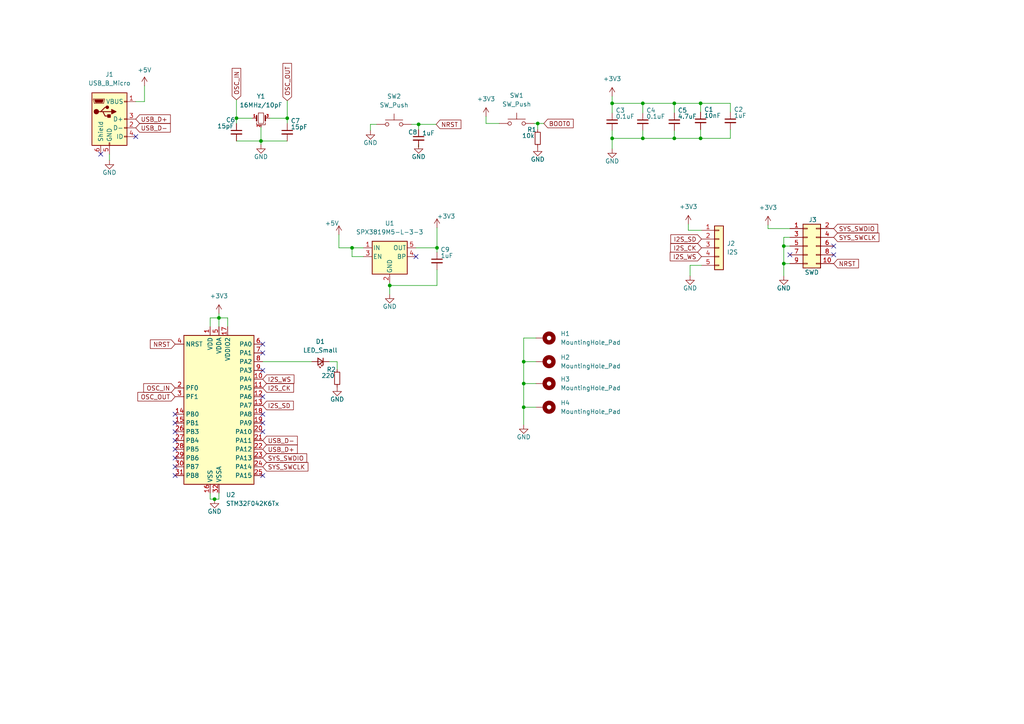
<source format=kicad_sch>
(kicad_sch (version 20211123) (generator eeschema)
  (paper "A4")
  (title_block (title "STM32_Breakout Board") (date "2022-05-31") (rev "REV1") (company "CodeBy7859"))
  (lib_symbols
    (symbol "Connector:USB_B_Micro" (pin_names (offset 1.016))
      (property "Reference" "J" (at -5.08 11.43 0))
      (property "Value" "USB_B_Micro" (at -5.08 8.89 0))
      (symbol "USB_B_Micro_0_1"
        (rectangle (start -5.08 -7.62) (end 5.08 7.62) (stroke (width 0.254)) (fill (type background)))
        (circle (center -3.81 2.159) (radius 0.635) (stroke (width 0.254)) (fill (type outline)))
        (circle (center -0.635 3.429) (radius 0.381) (stroke (width 0.254)) (fill (type outline)))
        (rectangle (start -0.127 -7.62) (end 0.127 -6.858))
        (polyline (pts (xy -1.905 2.159) (xy 0.635 2.159)) (stroke (width 0.254)))
        (polyline (pts (xy -3.175 2.159) (xy -2.54 2.159) (xy -1.27 3.429) (xy -0.635 3.429)) (stroke (width 0.254)))
        (polyline (pts (xy -2.54 2.159) (xy -1.905 2.159) (xy -1.27 0.889) (xy 0 0.889)) (stroke (width 0.254)))
        (polyline (pts (xy 0.635 2.794) (xy 0.635 1.524) (xy 1.905 2.159) (xy 0.635 2.794)) (stroke (width 0.254)) (fill (type outline)))
        (polyline (pts (xy -4.318 5.588) (xy -1.778 5.588) (xy -2.032 4.826) (xy -4.064 4.826) (xy -4.318 5.588)) (fill (type outline)))
        (polyline (pts (xy -4.699 5.842) (xy -4.699 5.588) (xy -4.445 4.826) (xy -4.445 4.572) (xy -1.651 4.572) (xy -1.651 4.826) (xy -1.397 5.588) (xy -1.397 5.842) (xy -4.699 5.842)))
        (rectangle (start 0.254 1.27) (end -0.508 0.508) (stroke (width 0.254)) (fill (type outline)))
        (rectangle (start 5.08 -5.207) (end 4.318 -4.953))
        (rectangle (start 5.08 -2.667) (end 4.318 -2.413))
        (rectangle (start 5.08 -0.127) (end 4.318 0.127))
        (rectangle (start 5.08 4.953) (end 4.318 5.207))
      )
      (symbol "USB_B_Micro_1_1"
        (pin power_out line (at 7.62 5.08 180) (length 2.54) (name "VBUS") (number "1"))
        (pin bidirectional line (at 7.62 -2.54 180) (length 2.54) (name "D-") (number "2"))
        (pin bidirectional line (at 7.62 0 180) (length 2.54) (name "D+") (number "3"))
        (pin passive line (at 7.62 -5.08 180) (length 2.54) (name "ID") (number "4"))
        (pin power_out line (at 0 -10.16 90) (length 2.54) (name "GND") (number "5"))
        (pin passive line (at -2.54 -10.16 90) (length 2.54) (name "Shield") (number "6"))
      )
    )
    (symbol "Connector_Generic:Conn_01x05" (pin_names (offset 1.016) hide)
      (property "Reference" "J" (at 0 7.62 0))
      (property "Value" "Conn_01x05" (at 0 -7.62 0))
      (symbol "Conn_01x05_1_1"
        (rectangle (start -1.27 -4.953) (end 0 -5.207) (stroke (width 0.1524)))
        (rectangle (start -1.27 -2.413) (end 0 -2.667) (stroke (width 0.1524)))
        (rectangle (start -1.27 0.127) (end 0 -0.127) (stroke (width 0.1524)))
        (rectangle (start -1.27 2.667) (end 0 2.413) (stroke (width 0.1524)))
        (rectangle (start -1.27 5.207) (end 0 4.953) (stroke (width 0.1524)))
        (rectangle (start -1.27 6.35) (end 1.27 -6.35) (stroke (width 0.254)) (fill (type background)))
        (pin passive line (at -5.08 5.08 0) (length 3.81) (name "Pin_1") (number "1"))
        (pin passive line (at -5.08 2.54 0) (length 3.81) (name "Pin_2") (number "2"))
        (pin passive line (at -5.08 0 0) (length 3.81) (name "Pin_3") (number "3"))
        (pin passive line (at -5.08 -2.54 0) (length 3.81) (name "Pin_4") (number "4"))
        (pin passive line (at -5.08 -5.08 0) (length 3.81) (name "Pin_5") (number "5"))
      )
    )
    (symbol "Connector_Generic:Conn_02x05_Odd_Even" (pin_names (offset 1.016) hide)
      (property "Reference" "J" (at 1.27 7.62 0))
      (property "Value" "Conn_02x05_Odd_Even" (at 1.27 -7.62 0))
      (symbol "Conn_02x05_Odd_Even_1_1"
        (rectangle (start -1.27 -4.953) (end 0 -5.207) (stroke (width 0.1524)))
        (rectangle (start -1.27 -2.413) (end 0 -2.667) (stroke (width 0.1524)))
        (rectangle (start -1.27 0.127) (end 0 -0.127) (stroke (width 0.1524)))
        (rectangle (start -1.27 2.667) (end 0 2.413) (stroke (width 0.1524)))
        (rectangle (start -1.27 5.207) (end 0 4.953) (stroke (width 0.1524)))
        (rectangle (start -1.27 6.35) (end 3.81 -6.35) (stroke (width 0.254)) (fill (type background)))
        (rectangle (start 3.81 -4.953) (end 2.54 -5.207) (stroke (width 0.1524)))
        (rectangle (start 3.81 -2.413) (end 2.54 -2.667) (stroke (width 0.1524)))
        (rectangle (start 3.81 0.127) (end 2.54 -0.127) (stroke (width 0.1524)))
        (rectangle (start 3.81 2.667) (end 2.54 2.413) (stroke (width 0.1524)))
        (rectangle (start 3.81 5.207) (end 2.54 4.953) (stroke (width 0.1524)))
        (pin passive line (at -5.08 5.08 0) (length 3.81) (name "Pin_1") (number "1"))
        (pin passive line (at 7.62 -5.08 180) (length 3.81) (name "Pin_10") (number "10"))
        (pin passive line (at 7.62 5.08 180) (length 3.81) (name "Pin_2") (number "2"))
        (pin passive line (at -5.08 2.54 0) (length 3.81) (name "Pin_3") (number "3"))
        (pin passive line (at 7.62 2.54 180) (length 3.81) (name "Pin_4") (number "4"))
        (pin passive line (at -5.08 0 0) (length 3.81) (name "Pin_5") (number "5"))
        (pin passive line (at 7.62 0 180) (length 3.81) (name "Pin_6") (number "6"))
        (pin passive line (at -5.08 -2.54 0) (length 3.81) (name "Pin_7") (number "7"))
        (pin passive line (at 7.62 -2.54 180) (length 3.81) (name "Pin_8") (number "8"))
        (pin passive line (at -5.08 -5.08 0) (length 3.81) (name "Pin_9") (number "9"))
      )
    )
    (symbol "Device:C_Small" (pin_numbers hide) (pin_names (offset 0.254) hide)
      (property "Reference" "C" (at 0.254 1.778 0))
      (property "Value" "C_Small" (at 0.254 -2.032 0))
      (symbol "C_Small_0_1"
        (polyline (pts (xy -1.524 -0.508) (xy 1.524 -0.508)) (stroke (width 0.3302)))
        (polyline (pts (xy -1.524 0.508) (xy 1.524 0.508)) (stroke (width 0.3048)))
      )
      (symbol "C_Small_1_1"
        (pin passive line (at 0 2.54 270) (length 2.032) (name "~") (number "1"))
        (pin passive line (at 0 -2.54 90) (length 2.032) (name "~") (number "2"))
      )
    )
    (symbol "Device:Crystal_GND2_Small" (pin_names (offset 1.016) hide)
      (property "Reference" "Y" (at 0 5.08 0))
      (property "Value" "Crystal_GND2_Small" (at 0 3.175 0))
      (symbol "Crystal_GND2_Small_0_1"
        (rectangle (start -0.762 -1.524) (end 0.762 1.524))
        (polyline (pts (xy -1.27 -0.762) (xy -1.27 0.762)) (stroke (width 0.381)))
        (polyline (pts (xy 1.27 -0.762) (xy 1.27 0.762)) (stroke (width 0.381)))
        (polyline (pts (xy -1.27 -1.27) (xy -1.27 -1.905) (xy 1.27 -1.905) (xy 1.27 -1.27)))
      )
      (symbol "Crystal_GND2_Small_1_1"
        (pin passive line (at -2.54 0 0) (length 1.27) (name "1") (number "1"))
        (pin passive line (at 0 -2.54 90) (length 0.635) (name "2") (number "2"))
        (pin passive line (at 2.54 0 180) (length 1.27) (name "3") (number "3"))
      )
    )
    (symbol "Device:LED_Small" (pin_numbers hide) (pin_names (offset 0.254) hide)
      (property "Reference" "D" (at -1.27 3.175 0))
      (property "Value" "LED_Small" (at -4.445 -2.54 0))
      (symbol "LED_Small_0_1"
        (polyline (pts (xy -0.762 -1.016) (xy -0.762 1.016)) (stroke (width 0.254)))
        (polyline (pts (xy 1.016 0) (xy -0.762 0)))
        (polyline (pts (xy 0.762 -1.016) (xy -0.762 0) (xy 0.762 1.016) (xy 0.762 -1.016)) (stroke (width 0.254)))
        (polyline (pts (xy 0 0.762) (xy -0.508 1.27) (xy -0.254 1.27) (xy -0.508 1.27) (xy -0.508 1.016)))
        (polyline (pts (xy 0.508 1.27) (xy 0 1.778) (xy 0.254 1.778) (xy 0 1.778) (xy 0 1.524)))
      )
      (symbol "LED_Small_1_1"
        (pin passive line (at -2.54 0 0) (length 1.778) (name "K") (number "1"))
        (pin passive line (at 2.54 0 180) (length 1.778) (name "A") (number "2"))
      )
    )
    (symbol "Device:R_Small" (pin_numbers hide) (pin_names (offset 0.254) hide)
      (property "Reference" "R" (at 0.762 0.508 0))
      (property "Value" "R_Small" (at 0.762 -1.016 0))
      (symbol "R_Small_0_1"
        (rectangle (start -0.762 1.778) (end 0.762 -1.778) (stroke (width 0.2032)))
      )
      (symbol "R_Small_1_1"
        (pin passive line (at 0 2.54 270) (length 0.762) (name "~") (number "1"))
        (pin passive line (at 0 -2.54 90) (length 0.762) (name "~") (number "2"))
      )
    )
    (symbol "MCU_ST_STM32F0:STM32F042K6Tx"
      (property "Reference" "U" (at -10.16 21.59 0))
      (property "Value" "STM32F042K6Tx" (at 5.08 21.59 0))
      (symbol "STM32F042K6Tx_0_1"
        (rectangle (start -10.16 -22.86) (end 10.16 20.32) (stroke (width 0.254)) (fill (type background)))
      )
      (symbol "STM32F042K6Tx_1_1"
        (pin power_in line (at -2.54 22.86 270) (length 2.54) (name "VDD") (number "1"))
        (pin bidirectional line (at 12.7 7.62 180) (length 2.54) (name "PA4") (number "10"))
        (pin bidirectional line (at 12.7 5.08 180) (length 2.54) (name "PA5") (number "11"))
        (pin bidirectional line (at 12.7 2.54 180) (length 2.54) (name "PA6") (number "12"))
        (pin bidirectional line (at 12.7 0 180) (length 2.54) (name "PA7") (number "13"))
        (pin bidirectional line (at -12.7 -2.54 0) (length 2.54) (name "PB0") (number "14"))
        (pin bidirectional line (at -12.7 -5.08 0) (length 2.54) (name "PB1") (number "15"))
        (pin power_in line (at -2.54 -25.4 90) (length 2.54) (name "VSS") (number "16"))
        (pin power_in line (at 2.54 22.86 270) (length 2.54) (name "VDDIO2") (number "17"))
        (pin bidirectional line (at 12.7 -2.54 180) (length 2.54) (name "PA8") (number "18"))
        (pin bidirectional line (at 12.7 -5.08 180) (length 2.54) (name "PA9") (number "19"))
        (pin input line (at -12.7 5.08 0) (length 2.54) (name "PF0") (number "2"))
        (pin bidirectional line (at 12.7 -7.62 180) (length 2.54) (name "PA10") (number "20"))
        (pin bidirectional line (at 12.7 -10.16 180) (length 2.54) (name "PA11") (number "21"))
        (pin bidirectional line (at 12.7 -12.7 180) (length 2.54) (name "PA12") (number "22"))
        (pin bidirectional line (at 12.7 -15.24 180) (length 2.54) (name "PA13") (number "23"))
        (pin bidirectional line (at 12.7 -17.78 180) (length 2.54) (name "PA14") (number "24"))
        (pin bidirectional line (at 12.7 -20.32 180) (length 2.54) (name "PA15") (number "25"))
        (pin bidirectional line (at -12.7 -7.62 0) (length 2.54) (name "PB3") (number "26"))
        (pin bidirectional line (at -12.7 -10.16 0) (length 2.54) (name "PB4") (number "27"))
        (pin bidirectional line (at -12.7 -12.7 0) (length 2.54) (name "PB5") (number "28"))
        (pin bidirectional line (at -12.7 -15.24 0) (length 2.54) (name "PB6") (number "29"))
        (pin input line (at -12.7 2.54 0) (length 2.54) (name "PF1") (number "3"))
        (pin bidirectional line (at -12.7 -17.78 0) (length 2.54) (name "PB7") (number "30"))
        (pin bidirectional line (at -12.7 -20.32 0) (length 2.54) (name "PB8") (number "31"))
        (pin power_in line (at 0 -25.4 90) (length 2.54) (name "VSSA") (number "32"))
        (pin input line (at -12.7 17.78 0) (length 2.54) (name "NRST") (number "4"))
        (pin power_in line (at 0 22.86 270) (length 2.54) (name "VDDA") (number "5"))
        (pin bidirectional line (at 12.7 17.78 180) (length 2.54) (name "PA0") (number "6"))
        (pin bidirectional line (at 12.7 15.24 180) (length 2.54) (name "PA1") (number "7"))
        (pin bidirectional line (at 12.7 12.7 180) (length 2.54) (name "PA2") (number "8"))
        (pin bidirectional line (at 12.7 10.16 180) (length 2.54) (name "PA3") (number "9"))
      )
    )
    (symbol "Mechanical:MountingHole_Pad" (pin_numbers hide) (pin_names (offset 1.016) hide)
      (property "Reference" "H" (at 0 6.35 0))
      (property "Value" "MountingHole_Pad" (at 0 4.445 0))
      (symbol "MountingHole_Pad_0_1"
        (circle (center 0 1.27) (radius 1.27) (stroke (width 1.27)))
      )
      (symbol "MountingHole_Pad_1_1"
        (pin input line (at 0 -2.54 90) (length 2.54) (name "1") (number "1"))
      )
    )
    (symbol "Regulator_Linear:SPX3819M5-L-3-3" (pin_names (offset 0.254))
      (property "Reference" "U" (at -3.81 5.715 0))
      (property "Value" "SPX3819M5-L-3-3" (at 0 5.715 0))
      (symbol "SPX3819M5-L-3-3_0_1"
        (rectangle (start -5.08 4.445) (end 5.08 -5.08) (stroke (width 0.254)) (fill (type background)))
      )
      (symbol "SPX3819M5-L-3-3_1_1"
        (pin power_in line (at -7.62 2.54 0) (length 2.54) (name "IN") (number "1"))
        (pin power_in line (at 0 -7.62 90) (length 2.54) (name "GND") (number "2"))
        (pin input line (at -7.62 0 0) (length 2.54) (name "EN") (number "3"))
        (pin input line (at 7.62 0 180) (length 2.54) (name "BP") (number "4"))
        (pin power_out line (at 7.62 2.54 180) (length 2.54) (name "OUT") (number "5"))
      )
    )
    (symbol "Switch:SW_Push" (pin_numbers hide) (pin_names (offset 1.016) hide)
      (property "Reference" "SW" (at 1.27 2.54 0))
      (property "Value" "SW_Push" (at 0 -1.524 0))
      (symbol "SW_Push_0_1"
        (circle (center -2.032 0) (radius 0.508))
        (polyline (pts (xy 0 1.27) (xy 0 3.048)))
        (polyline (pts (xy 2.54 1.27) (xy -2.54 1.27)))
        (circle (center 2.032 0) (radius 0.508))
        (pin passive line (at -5.08 0 0) (length 2.54) (name "1") (number "1"))
        (pin passive line (at 5.08 0 180) (length 2.54) (name "2") (number "2"))
      )
    )
    (symbol "power:+3.3V" (power) (pin_numbers hide) (pin_names (offset 0) hide)
      (property "Value" "+3.3V" (at 0 3.556 0))
      (symbol "+3.3V_0_1"
        (polyline (pts (xy -0.762 1.27) (xy 0 2.54)))
        (polyline (pts (xy 0 0) (xy 0 2.54)))
        (polyline (pts (xy 0 2.54) (xy 0.762 1.27)))
      )
      (symbol "+3.3V_1_1"
        (pin power_in line (at 0 0 90) (length 0) hide (name "+3V3") (number "1"))
      )
    )
    (symbol "power:+5V" (power) (pin_numbers hide) (pin_names (offset 0) hide)
      (property "Value" "+5V" (at 0 3.556 0))
      (symbol "+5V_0_1"
        (polyline (pts (xy -0.762 1.27) (xy 0 2.54)))
        (polyline (pts (xy 0 0) (xy 0 2.54)))
        (polyline (pts (xy 0 2.54) (xy 0.762 1.27)))
      )
      (symbol "+5V_1_1"
        (pin power_in line (at 0 0 90) (length 0) hide (name "+5V") (number "1"))
      )
    )
    (symbol "power:GND" (power) (pin_numbers hide) (pin_names (offset 0) hide)
      (property "Value" "GND" (at 0 -3.81 0))
      (symbol "GND_0_1"
        (polyline (pts (xy 0 0) (xy 0 -1.27) (xy 1.27 -1.27) (xy 0 -2.54) (xy -1.27 -1.27) (xy 0 -1.27)))
      )
      (symbol "GND_1_1"
        (pin power_in line (at 0 0 270) (length 0) hide (name "GND") (number "1"))
      )
    )
  )
  (junction (at 227.33 71.374))
  (junction (at 155.956 35.814))
  (junction (at 102.108 71.882))
  (junction (at 151.892 118.11))
  (junction (at 203.2 40.132))
  (junction (at 195.58 40.132))
  (junction (at 68.58 34.29))
  (junction (at 63.5 92.202))
  (junction (at 75.692 40.894))
  (junction (at 195.58 29.972))
  (junction (at 151.892 104.902))
  (junction (at 227.33 76.454))
  (junction (at 177.546 40.132))
  (junction (at 62.23 144.78))
  (junction (at 121.412 36.068))
  (junction (at 126.746 71.882))
  (junction (at 177.546 29.972))
  (junction (at 186.436 40.132))
  (junction (at 186.436 29.972))
  (junction (at 203.2 29.972))
  (junction (at 113.03 82.804))
  (junction (at 151.892 111.252))
  (junction (at 83.312 34.29))
  (no_connect (at 29.21 44.704))
  (no_connect (at 39.37 39.624))
  (no_connect (at 229.108 73.914))
  (no_connect (at 120.65 74.422))
  (no_connect (at 76.2 125.222))
  (no_connect (at 76.2 137.922))
  (no_connect (at 76.2 99.822))
  (no_connect (at 76.2 102.362))
  (no_connect (at 76.2 107.442))
  (no_connect (at 76.2 115.062))
  (no_connect (at 76.2 120.142))
  (no_connect (at 50.8 137.922))
  (no_connect (at 50.8 135.382))
  (no_connect (at 50.8 132.842))
  (no_connect (at 50.8 130.302))
  (no_connect (at 50.8 127.762))
  (no_connect (at 76.2 122.682))
  (no_connect (at 50.8 120.142))
  (no_connect (at 50.8 122.682))
  (no_connect (at 50.8 125.222))
  (no_connect (at 241.808 71.374))
  (no_connect (at 241.808 73.914))
  (wire (pts (xy 195.58 32.766) (xy 195.58 29.972)))
  (wire (pts (xy 203.2 32.512) (xy 203.2 29.972)))
  (wire (pts (xy 177.546 29.972) (xy 186.436 29.972)))
  (wire (pts (xy 63.5 144.78) (xy 63.5 143.002)))
  (wire (pts (xy 102.108 71.882) (xy 98.298 71.882)))
  (wire (pts (xy 68.58 28.956) (xy 68.58 34.29)))
  (wire (pts (xy 227.33 76.454) (xy 227.33 80.01)))
  (wire (pts (xy 177.546 27.94) (xy 177.546 29.972)))
  (wire (pts (xy 60.96 92.202) (xy 63.5 92.202)))
  (wire (pts (xy 151.892 111.252) (xy 155.448 111.252)))
  (wire (pts (xy 31.75 44.704) (xy 31.75 46.482)))
  (wire (pts (xy 140.97 33.782) (xy 140.97 35.814)))
  (wire (pts (xy 68.58 40.894) (xy 75.692 40.894)))
  (wire (pts (xy 75.692 40.894) (xy 83.312 40.894)))
  (wire (pts (xy 151.892 104.902) (xy 151.892 111.252)))
  (wire (pts (xy 195.58 40.132) (xy 195.58 37.846)))
  (wire (pts (xy 151.892 118.11) (xy 151.892 123.19)))
  (wire (pts (xy 155.956 35.814) (xy 155.956 37.592)))
  (wire (pts (xy 177.546 29.972) (xy 177.546 32.766)))
  (wire (pts (xy 203.2 37.592) (xy 203.2 40.132)))
  (wire (pts (xy 211.836 37.592) (xy 211.836 40.132)))
  (wire (pts (xy 140.97 35.814) (xy 144.78 35.814)))
  (wire (pts (xy 120.65 71.882) (xy 126.746 71.882)))
  (wire (pts (xy 126.746 66.04) (xy 126.746 71.882)))
  (wire (pts (xy 195.58 29.972) (xy 203.2 29.972)))
  (wire (pts (xy 113.03 82.804) (xy 113.03 85.344)))
  (wire (pts (xy 151.892 118.11) (xy 155.448 118.11)))
  (wire (pts (xy 126.746 71.882) (xy 126.746 73.152)))
  (wire (pts (xy 211.836 29.972) (xy 203.2 29.972)))
  (wire (pts (xy 151.892 104.902) (xy 155.448 104.902)))
  (wire (pts (xy 41.91 24.892) (xy 41.91 29.464)))
  (wire (pts (xy 211.836 40.132) (xy 203.2 40.132)))
  (wire (pts (xy 68.58 35.814) (xy 68.58 34.29)))
  (wire (pts (xy 95.504 104.902) (xy 97.79 104.902)))
  (wire (pts (xy 66.04 92.202) (xy 66.04 94.742)))
  (wire (pts (xy 60.96 94.742) (xy 60.96 92.202)))
  (wire (pts (xy 83.312 34.29) (xy 83.312 35.814)))
  (wire (pts (xy 126.746 78.232) (xy 126.746 82.804)))
  (wire (pts (xy 157.734 35.814) (xy 155.956 35.814)))
  (wire (pts (xy 186.436 29.972) (xy 195.58 29.972)))
  (wire (pts (xy 177.546 37.846) (xy 177.546 40.132)))
  (wire (pts (xy 107.442 36.068) (xy 107.442 37.846)))
  (wire (pts (xy 68.58 34.29) (xy 73.152 34.29)))
  (wire (pts (xy 186.436 29.972) (xy 186.436 32.766)))
  (wire (pts (xy 60.96 144.78) (xy 62.23 144.78)))
  (wire (pts (xy 75.692 41.91) (xy 75.692 40.894)))
  (wire (pts (xy 113.03 82.042) (xy 113.03 82.804)))
  (wire (pts (xy 105.41 74.422) (xy 102.108 74.422)))
  (wire (pts (xy 109.22 36.068) (xy 107.442 36.068)))
  (wire (pts (xy 63.5 92.202) (xy 63.5 94.742)))
  (wire (pts (xy 121.412 36.068) (xy 119.38 36.068)))
  (wire (pts (xy 126.746 82.804) (xy 113.03 82.804)))
  (wire (pts (xy 41.91 29.464) (xy 39.37 29.464)))
  (wire (pts (xy 151.892 111.252) (xy 151.892 118.11)))
  (wire (pts (xy 62.23 144.78) (xy 63.5 144.78)))
  (wire (pts (xy 186.436 40.132) (xy 195.58 40.132)))
  (wire (pts (xy 199.644 65.024) (xy 199.644 66.802)))
  (wire (pts (xy 229.108 68.834) (xy 227.33 68.834)))
  (wire (pts (xy 227.33 68.834) (xy 227.33 71.374)))
  (wire (pts (xy 203.454 76.962) (xy 200.152 76.962)))
  (wire (pts (xy 155.956 35.814) (xy 154.94 35.814)))
  (wire (pts (xy 186.436 37.846) (xy 186.436 40.132)))
  (wire (pts (xy 227.33 71.374) (xy 227.33 76.454)))
  (wire (pts (xy 98.298 71.882) (xy 98.298 68.072)))
  (wire (pts (xy 126.492 36.068) (xy 121.412 36.068)))
  (wire (pts (xy 229.108 66.294) (xy 222.758 66.294)))
  (wire (pts (xy 63.5 90.932) (xy 63.5 92.202)))
  (wire (pts (xy 227.33 76.454) (xy 229.108 76.454)))
  (wire (pts (xy 63.5 92.202) (xy 66.04 92.202)))
  (wire (pts (xy 102.108 74.422) (xy 102.108 71.882)))
  (wire (pts (xy 222.758 65.278) (xy 222.758 66.294)))
  (wire (pts (xy 155.448 98.044) (xy 151.892 98.044)))
  (wire (pts (xy 60.96 143.002) (xy 60.96 144.78)))
  (wire (pts (xy 200.152 76.962) (xy 200.152 80.01)))
  (wire (pts (xy 105.41 71.882) (xy 102.108 71.882)))
  (wire (pts (xy 227.33 71.374) (xy 229.108 71.374)))
  (wire (pts (xy 76.2 104.902) (xy 90.424 104.902)))
  (wire (pts (xy 121.412 37.592) (xy 121.412 36.068)))
  (wire (pts (xy 151.892 98.044) (xy 151.892 104.902)))
  (wire (pts (xy 177.546 40.132) (xy 177.546 43.18)))
  (wire (pts (xy 121.412 42.672) (xy 121.412 41.91)))
  (wire (pts (xy 83.312 29.21) (xy 83.312 34.29)))
  (wire (pts (xy 177.546 40.132) (xy 186.436 40.132)))
  (wire (pts (xy 199.644 66.802) (xy 203.454 66.802)))
  (wire (pts (xy 75.692 36.83) (xy 75.692 40.894)))
  (wire (pts (xy 78.232 34.29) (xy 83.312 34.29)))
  (wire (pts (xy 195.58 40.132) (xy 203.2 40.132)))
  (wire (pts (xy 211.836 32.512) (xy 211.836 29.972)))
  (wire (pts (xy 97.79 104.902) (xy 97.79 107.188)))
  (global_label "SYS_SWCLK" (shape input) (at 76.2 135.382 0) (property "Intersheet References" "${INTERSHEET_REFS}" (effects hide)))
  (global_label "I2S_WS" (shape input) (at 76.2 109.982 0) (property "Intersheet References" "${INTERSHEET_REFS}" (effects hide)))
  (global_label "NRST" (shape input) (at 126.492 36.068 0) (property "Intersheet References" "${INTERSHEET_REFS}" (effects hide)))
  (global_label "I2S_CK" (shape input) (at 203.454 71.882 180) (property "Intersheet References" "${INTERSHEET_REFS}" (effects hide)))
  (global_label "NRST" (shape input) (at 241.808 76.454 0) (property "Intersheet References" "${INTERSHEET_REFS}" (effects hide)))
  (global_label "I2S_SD" (shape input) (at 203.454 69.342 180) (property "Intersheet References" "${INTERSHEET_REFS}" (effects hide)))
  (global_label "SYS_SWDIO" (shape input) (at 241.808 66.294 0) (property "Intersheet References" "${INTERSHEET_REFS}" (effects hide)))
  (global_label "USB_D+" (shape input) (at 39.37 34.544 0) (property "Intersheet References" "${INTERSHEET_REFS}" (effects hide)))
  (global_label "SYS_SWCLK" (shape input) (at 241.808 68.834 0) (property "Intersheet References" "${INTERSHEET_REFS}" (effects hide)))
  (global_label "NRST" (shape input) (at 50.8 99.822 180) (property "Intersheet References" "${INTERSHEET_REFS}" (effects hide)))
  (global_label "I2S_CK" (shape input) (at 76.2 112.522 0) (property "Intersheet References" "${INTERSHEET_REFS}" (effects hide)))
  (global_label "USB_D-" (shape input) (at 39.37 37.084 0) (property "Intersheet References" "${INTERSHEET_REFS}" (effects hide)))
  (global_label "USB_D-" (shape input) (at 76.2 127.762 0) (property "Intersheet References" "${INTERSHEET_REFS}" (effects hide)))
  (global_label "OSC_IN" (shape input) (at 68.58 28.956 90) (property "Intersheet References" "${INTERSHEET_REFS}" (effects hide)))
  (global_label "BOOT0" (shape input) (at 157.734 35.814 0) (property "Intersheet References" "${INTERSHEET_REFS}" (effects hide)))
  (global_label "USB_D+" (shape input) (at 76.2 130.302 0) (property "Intersheet References" "${INTERSHEET_REFS}" (effects hide)))
  (global_label "OSC_OUT" (shape input) (at 50.8 115.062 180) (property "Intersheet References" "${INTERSHEET_REFS}" (effects hide)))
  (global_label "I2S_WS" (shape input) (at 203.454 74.422 180) (property "Intersheet References" "${INTERSHEET_REFS}" (effects hide)))
  (global_label "I2S_SD" (shape input) (at 76.2 117.602 0) (property "Intersheet References" "${INTERSHEET_REFS}" (effects hide)))
  (global_label "OSC_IN" (shape input) (at 50.8 112.522 180) (property "Intersheet References" "${INTERSHEET_REFS}" (effects hide)))
  (global_label "SYS_SWDIO" (shape input) (at 76.2 132.842 0) (property "Intersheet References" "${INTERSHEET_REFS}" (effects hide)))
  (global_label "OSC_OUT" (shape input) (at 83.312 29.21 90) (property "Intersheet References" "${INTERSHEET_REFS}" (effects hide)))
  (symbol (lib_id "power:GND") (at 227.33 80.01 0) (unit 1)
    (property "Reference" "#PWR016" (effects hide))
    (property "Value" "GND" (at 227.33 83.566 0))
  )
  (symbol (lib_id "power:GND") (at 121.412 41.91 0) (unit 1)
    (property "Reference" "#PWR06" (effects hide))
    (property "Value" "GND" (at 121.412 45.466 0))
  )
  (symbol (lib_id "Device:C_Small") (at 68.58 38.354 0) (unit 1)
    (property "Reference" "C6" (at 65.532 34.798 0) (effects (justify left)))
    (property "Value" "15pF" (at 62.992 36.576 0) (effects (justify left)))
    (property "Footprint" "Capacitor_SMD:C_0805_2012Metric" (effects hide))
  )
  (symbol (lib_id "Mechanical:MountingHole_Pad") (at 157.988 98.044 270) (unit 1)
    (property "Reference" "H1" (at 162.56 96.7739 90) (effects (justify left)))
    (property "Value" "MountingHole_Pad" (at 162.56 99.3139 90) (effects (justify left)))
    (property "Footprint" "MountingHole:MountingHole_2.5mm_Pad_Via" (effects hide))
  )
  (symbol (lib_id "Device:C_Small") (at 177.546 35.306 0) (unit 1)
    (property "Reference" "C3" (at 178.562 32.004 0) (effects (justify left)))
    (property "Value" "0.1uF" (at 178.562 33.782 0) (effects (justify left)))
    (property "Footprint" "Capacitor_SMD:C_0805_2012Metric" (effects hide))
  )
  (symbol (lib_id "Mechanical:MountingHole_Pad") (at 157.988 104.902 270) (unit 1)
    (property "Reference" "H2" (at 162.56 103.6319 90) (effects (justify left)))
    (property "Value" "MountingHole_Pad" (at 162.56 106.1719 90) (effects (justify left)))
    (property "Footprint" "MountingHole:MountingHole_2.5mm_Pad_Via" (effects hide))
  )
  (symbol (lib_id "Device:C_Small") (at 195.58 35.306 0) (unit 1)
    (property "Reference" "C5" (at 196.596 32.004 0) (effects (justify left)))
    (property "Value" "4.7uF" (at 196.596 33.782 0) (effects (justify left)))
    (property "Footprint" "Capacitor_SMD:C_0805_2012Metric" (effects hide))
  )
  (symbol (lib_id "Mechanical:MountingHole_Pad") (at 157.988 111.252 270) (unit 1)
    (property "Reference" "H3" (at 162.56 109.9819 90) (effects (justify left)))
    (property "Value" "MountingHole_Pad" (at 162.56 112.5219 90) (effects (justify left)))
    (property "Footprint" "MountingHole:MountingHole_2.5mm_Pad_Via" (effects hide))
  )
  (symbol (lib_id "Mechanical:MountingHole_Pad") (at 157.988 118.11 270) (unit 1)
    (property "Reference" "H4" (at 162.56 116.8399 90) (effects (justify left)))
    (property "Value" "MountingHole_Pad" (at 162.56 119.3799 90) (effects (justify left)))
    (property "Footprint" "MountingHole:MountingHole_2.5mm_Pad_Via" (effects hide))
  )
  (symbol (lib_id "power:GND") (at 113.03 85.344 0) (unit 1)
    (property "Reference" "#PWR012" (effects hide))
    (property "Value" "GND" (at 113.03 88.9 0))
  )
  (symbol (lib_id "power:GND") (at 107.442 37.846 0) (unit 1)
    (property "Reference" "#PWR04" (effects hide))
    (property "Value" "GND" (at 107.442 41.402 0))
  )
  (symbol (lib_id "power:+3.3V") (at 63.5 90.932 0) (unit 1)
    (property "Reference" "#PWR015" (effects hide))
    (property "Value" "+3.3V" (at 63.5 85.852 0))
  )
  (symbol (lib_id "power:+5V") (at 41.91 24.892 0) (unit 1)
    (property "Reference" "#PWR01" (effects hide))
    (property "Value" "+5V" (at 41.91 20.32 0))
  )
  (symbol (lib_id "Device:C_Small") (at 203.2 35.052 0) (unit 1)
    (property "Reference" "C1" (at 204.216 31.75 0) (effects (justify left)))
    (property "Value" "10nF" (at 204.216 33.528 0) (effects (justify left)))
    (property "Footprint" "Capacitor_SMD:C_0805_2012Metric" (effects hide))
  )
  (symbol (lib_id "Connector_Generic:Conn_02x05_Odd_Even") (at 234.188 71.374 0) (unit 1)
    (property "Reference" "J3" (at 235.712 63.754 0))
    (property "Value" "SWD" (at 235.458 78.994 0))
    (property "Footprint" "Connector_PinSocket_2.54mm:PinSocket_2x05_P2.54mm_Vertical_SMD" (effects hide))
  )
  (symbol (lib_id "Device:C_Small") (at 121.412 40.132 0) (unit 1)
    (property "Reference" "C8" (at 118.364 38.354 0) (effects (justify left)))
    (property "Value" "1uF" (at 122.428 38.608 0) (effects (justify left)))
    (property "Footprint" "Capacitor_SMD:C_0805_2012Metric" (effects hide))
  )
  (symbol (lib_id "Device:R_Small") (at 155.956 40.132 0) (unit 1)
    (property "Reference" "R1" (at 152.908 37.592 0) (effects (justify left)))
    (property "Value" "10k" (at 151.384 39.37 0) (effects (justify left)))
    (property "Footprint" "Resistor_SMD:R_0805_2012Metric" (effects hide))
  )
  (symbol (lib_id "power:GND") (at 31.75 46.482 0) (unit 1)
    (property "Reference" "#PWR09" (effects hide))
    (property "Value" "GND" (at 31.75 50.038 0))
  )
  (symbol (lib_id "Device:C_Small") (at 186.436 35.306 0) (unit 1)
    (property "Reference" "C4" (at 187.452 32.004 0) (effects (justify left)))
    (property "Value" "0.1uF" (at 187.452 33.782 0) (effects (justify left)))
    (property "Footprint" "Capacitor_SMD:C_0805_2012Metric" (effects hide))
  )
  (symbol (lib_id "Switch:SW_Push") (at 114.3 36.068 0) (unit 1)
    (property "Reference" "SW2" (at 114.3 27.94 0))
    (property "Value" "SW_Push" (at 114.3 30.48 0))
    (property "Footprint" "Button_Switch_SMD:Panasonic_EVQPUK_EVQPUB" (effects hide))
  )
  (symbol (lib_id "power:+3.3V") (at 126.746 66.04 0) (unit 1)
    (property "Reference" "#PWR010" (effects hide))
    (property "Value" "+3.3V" (at 126.746 62.738 0) (effects (justify left)))
  )
  (symbol (lib_id "power:GND") (at 151.892 123.19 0) (unit 1)
    (property "Reference" "#PWR020" (effects hide))
    (property "Value" "GND" (at 151.892 126.746 0))
  )
  (symbol (lib_id "MCU_ST_STM32F0:STM32F042K6Tx") (at 63.5 117.602 0) (unit 1)
    (property "Reference" "U2" (at 65.5194 143.51 0) (effects (justify left)))
    (property "Value" "STM32F042K6Tx" (at 65.5194 146.05 0) (effects (justify left)))
    (property "Footprint" "Package_QFP:LQFP-32_7x7mm_P0.8mm" (effects hide))
    (property "Datasheet" "http://www.st.com/st-web-ui/static/active/en/resource/technical/document/datasheet/DM00105814.pdf" (effects hide))
  )
  (symbol (lib_id "power:GND") (at 62.23 144.78 0) (unit 1)
    (property "Reference" "#PWR019" (effects hide))
    (property "Value" "GND" (at 62.23 148.336 0))
  )
  (symbol (lib_id "power:+3.3V") (at 177.546 27.94 0) (unit 1)
    (property "Reference" "#PWR02" (effects hide))
    (property "Value" "+3.3V" (at 177.546 22.86 0))
  )
  (symbol (lib_id "Device:R_Small") (at 97.79 109.728 0) (unit 1)
    (property "Reference" "R2" (at 94.742 107.188 0) (effects (justify left)))
    (property "Value" "220" (at 93.218 108.966 0) (effects (justify left)))
    (property "Footprint" "Resistor_SMD:R_0805_2012Metric" (effects hide))
  )
  (symbol (lib_id "power:+3.3V") (at 140.97 33.782 0) (unit 1)
    (property "Reference" "#PWR03" (effects hide))
    (property "Value" "+3.3V" (at 140.97 28.702 0))
  )
  (symbol (lib_id "power:GND") (at 97.79 112.268 0) (unit 1)
    (property "Reference" "#PWR013" (effects hide))
    (property "Value" "GND" (at 97.79 115.824 0))
  )
  (symbol (lib_id "Regulator_Linear:SPX3819M5-L-3-3") (at 113.03 74.422 0) (unit 1)
    (property "Reference" "U1" (at 113.03 64.77 0))
    (property "Value" "SPX3819M5-L-3-3" (at 113.03 67.31 0))
    (property "Footprint" "Package_TO_SOT_SMD:SOT-23-5" (effects hide))
    (property "Datasheet" "https://www.exar.com/content/document.ashx?id=22106&languageid=1033&type=Datasheet&partnumber=SPX3819&filename=SPX3819.pdf&part=SPX3819" (effects hide))
  )
  (symbol (lib_id "power:GND") (at 75.692 41.91 0) (unit 1)
    (property "Reference" "#PWR05" (effects hide))
    (property "Value" "GND" (at 75.692 45.466 0))
  )
  (symbol (lib_id "Connector:USB_B_Micro") (at 31.75 34.544 0) (unit 1)
    (property "Reference" "J1" (at 31.75 21.59 0))
    (property "Value" "USB_B_Micro" (at 31.75 24.13 0))
    (property "Footprint" "Connector_USB:USB_Micro-B_Molex-105017-0001" (effects hide))
  )
  (symbol (lib_id "Device:LED_Small") (at 92.964 104.902 180) (unit 1)
    (property "Reference" "D1" (at 92.9005 99.06 0))
    (property "Value" "LED_Small" (at 92.9005 101.6 0))
    (property "Footprint" "LED_SMD:LED_0805_2012Metric" (effects hide))
  )
  (symbol (lib_id "power:GND") (at 177.546 43.18 0) (unit 1)
    (property "Reference" "#PWR08" (effects hide))
    (property "Value" "GND" (at 177.546 46.736 0))
  )
  (symbol (lib_id "Connector_Generic:Conn_01x05") (at 208.534 71.882 0) (unit 1)
    (property "Reference" "J2" (at 210.82 70.6119 0) (effects (justify left)))
    (property "Value" "I2S" (at 210.82 73.1519 0) (effects (justify left)))
    (property "Footprint" "Connector_PinSocket_2.54mm:PinSocket_1x05_P2.54mm_Vertical_SMD_Pin1Right" (effects hide))
  )
  (symbol (lib_id "power:GND") (at 200.152 80.01 0) (unit 1)
    (property "Reference" "#PWR018" (effects hide))
    (property "Value" "GND" (at 200.152 83.566 0))
  )
  (symbol (lib_id "Device:C_Small") (at 211.836 35.052 0) (unit 1)
    (property "Reference" "C2" (at 212.852 31.75 0) (effects (justify left)))
    (property "Value" "1uF" (at 212.852 33.528 0) (effects (justify left)))
    (property "Footprint" "Capacitor_SMD:C_0805_2012Metric" (effects hide))
  )
  (symbol (lib_id "Device:C_Small") (at 126.746 75.692 0) (unit 1)
    (property "Reference" "C9" (at 127.762 72.39 0) (effects (justify left)))
    (property "Value" "1uF" (at 127.762 74.168 0) (effects (justify left)))
    (property "Footprint" "Capacitor_SMD:C_0805_2012Metric" (effects hide))
  )
  (symbol (lib_id "Switch:SW_Push") (at 149.86 35.814 0) (unit 1)
    (property "Reference" "SW1" (at 149.86 27.686 0))
    (property "Value" "SW_Push" (at 149.86 30.226 0))
    (property "Footprint" "Button_Switch_SMD:Panasonic_EVQPUK_EVQPUB" (effects hide))
  )
  (symbol (lib_id "power:GND") (at 155.956 42.672 0) (unit 1)
    (property "Reference" "#PWR07" (effects hide))
    (property "Value" "GND" (at 155.956 46.228 0))
  )
  (symbol (lib_id "Device:Crystal_GND2_Small") (at 75.692 34.29 0) (unit 1)
    (property "Reference" "Y1" (at 75.692 27.94 0))
    (property "Value" "16MHz/10pF" (at 75.692 30.48 0))
    (property "Footprint" "Crystal:Resonator_SMD_Murata_CSTxExxV-3Pin_3.0x1.1mm" (effects hide))
  )
  (symbol (lib_id "power:+3.3V") (at 222.758 65.278 0) (unit 1)
    (property "Reference" "#PWR014" (effects hide))
    (property "Value" "+3.3V" (at 222.758 60.198 0))
  )
  (symbol (lib_id "Device:C_Small") (at 83.312 38.354 0) (unit 1)
    (property "Reference" "C7" (at 84.328 35.052 0) (effects (justify left)))
    (property "Value" "15pF" (at 84.328 36.83 0) (effects (justify left)))
    (property "Footprint" "Capacitor_SMD:C_0805_2012Metric" (effects hide))
  )
  (symbol (lib_id "power:+3.3V") (at 199.644 65.024 0) (unit 1)
    (property "Reference" "#PWR017" (effects hide))
    (property "Value" "+3.3V" (at 199.644 59.944 0))
  )
  (symbol (lib_id "power:+5V") (at 98.298 68.072 0) (unit 1)
    (property "Reference" "#PWR011" (effects hide))
    (property "Value" "+5V" (at 96.266 64.77 0))
  )
)
</source>
